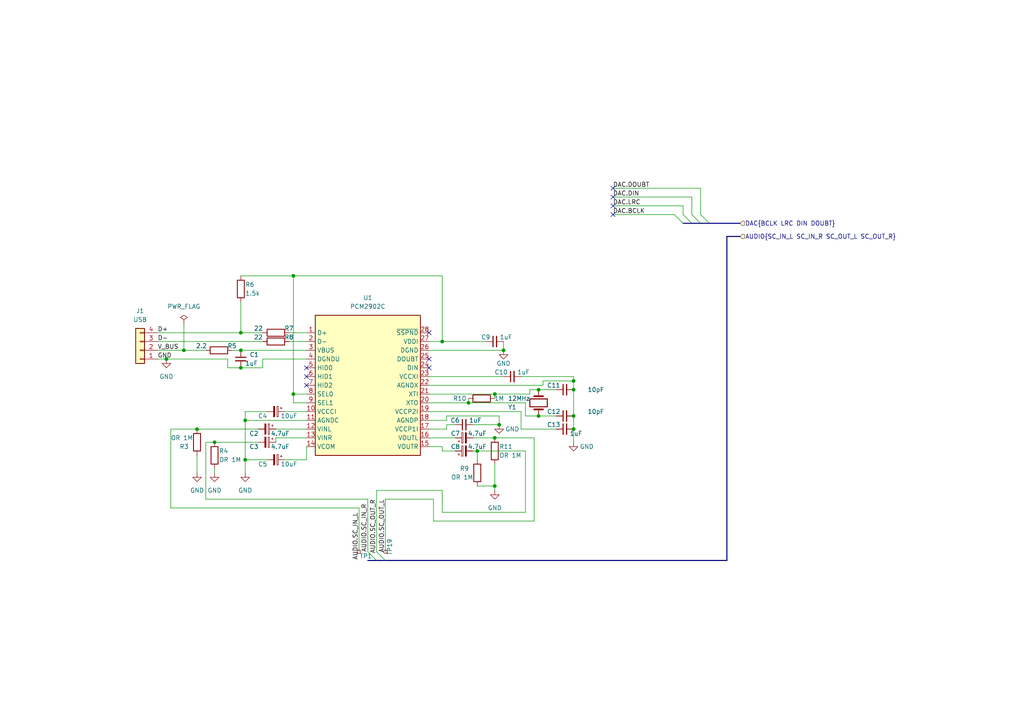
<source format=kicad_sch>
(kicad_sch (version 20211123) (generator eeschema)
  (paper "A4")
  (lib_symbols
    (symbol "Audio:PCM2902"
      (property "Reference" "U?" (at 2.0194 25.4 0))
      (property "Value" "PCM2902" (at 2.0194 22.86 0))
      (symbol "PCM2902_0_1"
        (rectangle (start -15.24 20.32) (end 15.24 -20.32) (stroke (width 0.254)) (fill (type background)))
      )
      (symbol "PCM2902_1_1"
        (pin bidirectional line (at -17.78 15.24 0) (length 2.54) (name "D+") (number "1"))
        (pin passive line (at -17.78 -7.62 0) (length 2.54) (name "VCCCI") (number "10"))
        (pin power_in line (at -17.78 -10.16 0) (length 2.54) (name "AGNDC") (number "11"))
        (pin input line (at -17.78 -12.7 0) (length 2.54) (name "VINL") (number "12"))
        (pin input line (at -17.78 -15.24 0) (length 2.54) (name "VINR") (number "13"))
        (pin passive line (at -17.78 -17.78 0) (length 2.54) (name "VCOM") (number "14"))
        (pin output line (at 17.78 -17.78 180) (length 2.54) (name "VOUTR") (number "15"))
        (pin output line (at 17.78 -15.24 180) (length 2.54) (name "VOUTL") (number "16"))
        (pin passive line (at 17.78 -12.7 180) (length 2.54) (name "VCCP1I") (number "17"))
        (pin power_in line (at 17.78 -10.16 180) (length 2.54) (name "AGNDP") (number "18"))
        (pin passive line (at 17.78 -7.62 180) (length 2.54) (name "VCCP2I") (number "19"))
        (pin bidirectional line (at -17.78 12.7 0) (length 2.54) (name "D-") (number "2"))
        (pin output line (at 17.78 -5.08 180) (length 2.54) (name "XTO") (number "20"))
        (pin input line (at 17.78 -2.54 180) (length 2.54) (name "XTI") (number "21"))
        (pin power_in line (at 17.78 0 180) (length 2.54) (name "AGNDX") (number "22"))
        (pin passive line (at 17.78 2.54 180) (length 2.54) (name "VCCXI") (number "23"))
        (pin input line (at 17.78 5.08 180) (length 2.54) (name "DIN") (number "24"))
        (pin output line (at 17.78 7.62 180) (length 2.54) (name "DOUBT") (number "25"))
        (pin power_in line (at 17.78 10.16 180) (length 2.54) (name "DGND") (number "26"))
        (pin power_out line (at 17.78 12.7 180) (length 2.54) (name "VDDI") (number "27"))
        (pin output line (at 17.78 15.24 180) (length 2.54) (name "~{SSPND}") (number "28"))
        (pin power_in line (at -17.78 10.16 0) (length 2.54) (name "VBUS") (number "3"))
        (pin power_in line (at -17.78 7.62 0) (length 2.54) (name "DGNDU") (number "4"))
        (pin input line (at -17.78 5.08 0) (length 2.54) (name "HID0") (number "5"))
        (pin input line (at -17.78 2.54 0) (length 2.54) (name "HID1") (number "6"))
        (pin input line (at -17.78 0 0) (length 2.54) (name "HID2") (number "7"))
        (pin input line (at -17.78 -2.54 0) (length 2.54) (name "SEL0") (number "8"))
        (pin input line (at -17.78 -5.08 0) (length 2.54) (name "SEL1") (number "9"))
      )
    )
    (symbol "Connector:TestPoint_Small" (pin_numbers hide) (pin_names (offset 0.762) hide)
      (property "Reference" "TP" (at 0 3.81 0))
      (property "Value" "TestPoint_Small" (at 0 2.032 0))
      (symbol "TestPoint_Small_0_1"
        (circle (center 0 0) (radius 0.508))
      )
      (symbol "TestPoint_Small_1_1"
        (pin passive line (at 0 0 90) (length 0) (name "1") (number "1"))
      )
    )
    (symbol "Connector_Generic:Conn_01x04" (pin_names (offset 1.016) hide)
      (property "Reference" "J" (at 0 5.08 0))
      (property "Value" "Conn_01x04" (at 0 -7.62 0))
      (symbol "Conn_01x04_1_1"
        (rectangle (start -1.27 -4.953) (end 0 -5.207) (stroke (width 0.1524)))
        (rectangle (start -1.27 -2.413) (end 0 -2.667) (stroke (width 0.1524)))
        (rectangle (start -1.27 0.127) (end 0 -0.127) (stroke (width 0.1524)))
        (rectangle (start -1.27 2.667) (end 0 2.413) (stroke (width 0.1524)))
        (rectangle (start -1.27 3.81) (end 1.27 -6.35) (stroke (width 0.254)) (fill (type background)))
        (pin passive line (at -5.08 2.54 0) (length 3.81) (name "Pin_1") (number "1"))
        (pin passive line (at -5.08 0 0) (length 3.81) (name "Pin_2") (number "2"))
        (pin passive line (at -5.08 -2.54 0) (length 3.81) (name "Pin_3") (number "3"))
        (pin passive line (at -5.08 -5.08 0) (length 3.81) (name "Pin_4") (number "4"))
      )
    )
    (symbol "Device:C_Polarized_Small" (pin_numbers hide) (pin_names (offset 0.254) hide)
      (property "Reference" "C" (at 0.254 1.778 0))
      (property "Value" "C_Polarized_Small" (at 0.254 -2.032 0))
      (symbol "C_Polarized_Small_0_1"
        (rectangle (start -1.524 -0.3048) (end 1.524 -0.6858) (fill (type outline)))
        (rectangle (start -1.524 0.6858) (end 1.524 0.3048))
        (polyline (pts (xy -1.27 1.524) (xy -0.762 1.524)))
        (polyline (pts (xy -1.016 1.27) (xy -1.016 1.778)))
      )
      (symbol "C_Polarized_Small_1_1"
        (pin passive line (at 0 2.54 270) (length 1.8542) (name "~") (number "1"))
        (pin passive line (at 0 -2.54 90) (length 1.8542) (name "~") (number "2"))
      )
    )
    (symbol "Device:C_Small" (pin_numbers hide) (pin_names (offset 0.254) hide)
      (property "Reference" "C" (at 0.254 1.778 0))
      (property "Value" "C_Small" (at 0.254 -2.032 0))
      (symbol "C_Small_0_1"
        (polyline (pts (xy -1.524 -0.508) (xy 1.524 -0.508)) (stroke (width 0.3302)))
        (polyline (pts (xy -1.524 0.508) (xy 1.524 0.508)) (stroke (width 0.3048)))
      )
      (symbol "C_Small_1_1"
        (pin passive line (at 0 2.54 270) (length 2.032) (name "~") (number "1"))
        (pin passive line (at 0 -2.54 90) (length 2.032) (name "~") (number "2"))
      )
    )
    (symbol "Device:Crystal" (pin_numbers hide) (pin_names (offset 1.016) hide)
      (property "Reference" "Y" (at 0 3.81 0))
      (property "Value" "Crystal" (at 0 -3.81 0))
      (symbol "Crystal_0_1"
        (rectangle (start -1.143 2.54) (end 1.143 -2.54) (stroke (width 0.3048)))
        (polyline (pts (xy -2.54 0) (xy -1.905 0)))
        (polyline (pts (xy -1.905 -1.27) (xy -1.905 1.27)) (stroke (width 0.508)))
        (polyline (pts (xy 1.905 -1.27) (xy 1.905 1.27)) (stroke (width 0.508)))
        (polyline (pts (xy 2.54 0) (xy 1.905 0)))
      )
      (symbol "Crystal_1_1"
        (pin passive line (at -3.81 0 0) (length 1.27) (name "1") (number "1"))
        (pin passive line (at 3.81 0 180) (length 1.27) (name "2") (number "2"))
      )
    )
    (symbol "Device:R" (pin_numbers hide) (pin_names (offset 0))
      (property "Reference" "R" (at 2.032 0 90))
      (property "Value" "R" (at 0 0 90))
      (symbol "R_0_1"
        (rectangle (start -1.016 -2.54) (end 1.016 2.54) (stroke (width 0.254)))
      )
      (symbol "R_1_1"
        (pin passive line (at 0 3.81 270) (length 1.27) (name "~") (number "1"))
        (pin passive line (at 0 -3.81 90) (length 1.27) (name "~") (number "2"))
      )
    )
    (symbol "power:GND" (power) (pin_names (offset 0))
      (property "Value" "GND" (at 0 -3.81 0))
      (symbol "GND_0_1"
        (polyline (pts (xy 0 0) (xy 0 -1.27) (xy 1.27 -1.27) (xy 0 -2.54) (xy -1.27 -1.27) (xy 0 -1.27)))
      )
      (symbol "GND_1_1"
        (pin power_in line (at 0 0 270) (length 0) hide (name "GND") (number "1"))
      )
    )
    (symbol "power:PWR_FLAG" (power) (pin_numbers hide) (pin_names (offset 0) hide)
      (property "Value" "PWR_FLAG" (at 0 3.81 0))
      (symbol "PWR_FLAG_0_0"
        (pin power_out line (at 0 0 90) (length 0) (name "pwr") (number "1"))
      )
      (symbol "PWR_FLAG_0_1"
        (polyline (pts (xy 0 0) (xy 0 1.27) (xy -1.016 1.905) (xy 0 2.54) (xy 1.016 1.905) (xy 0 1.27)))
      )
    )
  )
  (junction (at 69.85 101.6))
  (junction (at 146.05 101.6))
  (junction (at 71.12 121.92))
  (junction (at 143.51 114.3))
  (junction (at 143.51 140.97))
  (junction (at 144.78 123.19))
  (junction (at 62.23 128.27))
  (junction (at 138.43 130.81))
  (junction (at 135.89 116.84))
  (junction (at 166.37 110.49))
  (junction (at 69.85 96.52))
  (junction (at 85.09 80.01))
  (junction (at 85.09 114.3))
  (junction (at 53.34 101.6))
  (junction (at 166.37 124.46))
  (junction (at 166.37 120.65))
  (junction (at 156.21 120.65))
  (junction (at 48.26 104.14))
  (junction (at 69.85 106.68))
  (junction (at 156.21 113.03))
  (junction (at 143.51 127))
  (junction (at 57.15 124.46))
  (junction (at 166.37 113.03))
  (junction (at 128.27 99.06))
  (junction (at 71.12 133.35))
  (no_connect (at 124.46 96.52))
  (no_connect (at 177.8 62.23))
  (no_connect (at 88.9 109.22))
  (no_connect (at 88.9 106.68))
  (no_connect (at 177.8 54.61))
  (no_connect (at 124.46 106.68))
  (no_connect (at 88.9 111.76))
  (no_connect (at 177.8 57.15))
  (no_connect (at 177.8 59.69))
  (no_connect (at 124.46 104.14))
  (bus_entry (at 203.2 64.77) (size -2.54 -2.54))
  (bus_entry (at 198.12 64.77) (size -2.54 -2.54))
  (bus_entry (at 200.66 64.77) (size -2.54 -2.54))
  (bus_entry (at 205.74 64.77) (size -2.54 -2.54))
  (bus_entry (at 109.22 162.56) (size -2.54 -2.54))
  (bus_entry (at 111.76 162.56) (size -2.54 -2.54))
  (wire (pts (xy 129.54 124.46) (xy 129.54 123.19)))
  (wire (pts (xy 59.69 128.27) (xy 59.69 144.78)))
  (wire (pts (xy 66.04 106.68) (xy 69.85 106.68)))
  (bus (pts (xy 198.12 64.77) (xy 200.66 64.77)))
  (wire (pts (xy 45.72 96.52) (xy 69.85 96.52)))
  (wire (pts (xy 124.46 111.76) (xy 157.48 111.76)))
  (wire (pts (xy 124.46 129.54) (xy 128.27 129.54)))
  (bus (pts (xy 111.76 162.56) (xy 109.22 162.56)))
  (wire (pts (xy 76.2 104.14) (xy 88.9 104.14)))
  (wire (pts (xy 151.13 124.46) (xy 161.29 124.46)))
  (wire (pts (xy 57.15 124.46) (xy 74.93 124.46)))
  (wire (pts (xy 80.01 127) (xy 88.9 127)))
  (wire (pts (xy 57.15 132.08) (xy 57.15 137.16)))
  (wire (pts (xy 152.4 130.81) (xy 152.4 148.59)))
  (wire (pts (xy 53.34 93.98) (xy 53.34 101.6)))
  (wire (pts (xy 128.27 129.54) (xy 128.27 130.81)))
  (wire (pts (xy 124.46 124.46) (xy 129.54 124.46)))
  (wire (pts (xy 85.09 80.01) (xy 128.27 80.01)))
  (wire (pts (xy 129.54 121.92) (xy 129.54 120.65)))
  (wire (pts (xy 57.15 124.46) (xy 49.53 124.46)))
  (wire (pts (xy 80.01 128.27) (xy 80.01 127)))
  (wire (pts (xy 66.04 104.14) (xy 66.04 106.68)))
  (wire (pts (xy 143.51 134.62) (xy 143.51 140.97)))
  (wire (pts (xy 71.12 121.92) (xy 88.9 121.92)))
  (wire (pts (xy 69.85 80.01) (xy 85.09 80.01)))
  (wire (pts (xy 85.09 114.3) (xy 88.9 114.3)))
  (wire (pts (xy 124.46 121.92) (xy 129.54 121.92)))
  (wire (pts (xy 104.14 147.32) (xy 104.14 160.02)))
  (wire (pts (xy 85.09 114.3) (xy 85.09 116.84)))
  (wire (pts (xy 88.9 129.54) (xy 88.9 133.35)))
  (wire (pts (xy 166.37 109.22) (xy 166.37 110.49)))
  (bus (pts (xy 111.76 162.56) (xy 210.82 162.56)))
  (wire (pts (xy 88.9 116.84) (xy 85.09 116.84)))
  (wire (pts (xy 71.12 121.92) (xy 71.12 133.35)))
  (wire (pts (xy 157.48 111.76) (xy 157.48 110.49)))
  (wire (pts (xy 128.27 80.01) (xy 128.27 99.06)))
  (wire (pts (xy 166.37 113.03) (xy 166.37 120.65)))
  (wire (pts (xy 143.51 114.3) (xy 153.67 114.3)))
  (wire (pts (xy 124.46 109.22) (xy 146.05 109.22)))
  (wire (pts (xy 200.66 62.23) (xy 200.66 57.15)))
  (bus (pts (xy 109.22 162.56) (xy 106.68 162.56)))
  (wire (pts (xy 166.37 110.49) (xy 166.37 113.03)))
  (wire (pts (xy 124.46 127) (xy 132.08 127)))
  (wire (pts (xy 135.89 115.57) (xy 135.89 116.84)))
  (wire (pts (xy 49.53 147.32) (xy 104.14 147.32)))
  (wire (pts (xy 143.51 114.3) (xy 143.51 115.57)))
  (wire (pts (xy 198.12 59.69) (xy 177.8 59.69)))
  (wire (pts (xy 124.46 101.6) (xy 146.05 101.6)))
  (wire (pts (xy 125.73 151.13) (xy 154.94 151.13)))
  (wire (pts (xy 77.47 119.38) (xy 71.12 119.38)))
  (wire (pts (xy 198.12 62.23) (xy 198.12 59.69)))
  (wire (pts (xy 153.67 114.3) (xy 153.67 113.03)))
  (wire (pts (xy 157.48 110.49) (xy 166.37 110.49)))
  (wire (pts (xy 106.68 144.78) (xy 106.68 160.02)))
  (wire (pts (xy 69.85 96.52) (xy 76.2 96.52)))
  (bus (pts (xy 210.82 68.58) (xy 210.82 162.56)))
  (wire (pts (xy 156.21 120.65) (xy 161.29 120.65)))
  (wire (pts (xy 128.27 148.59) (xy 128.27 142.24)))
  (wire (pts (xy 125.73 144.78) (xy 125.73 151.13)))
  (wire (pts (xy 83.82 99.06) (xy 88.9 99.06)))
  (wire (pts (xy 138.43 130.81) (xy 152.4 130.81)))
  (bus (pts (xy 200.66 64.77) (xy 203.2 64.77)))
  (wire (pts (xy 69.85 87.63) (xy 69.85 96.52)))
  (wire (pts (xy 128.27 130.81) (xy 132.08 130.81)))
  (wire (pts (xy 166.37 120.65) (xy 166.37 124.46)))
  (wire (pts (xy 128.27 142.24) (xy 109.22 142.24)))
  (wire (pts (xy 143.51 140.97) (xy 143.51 142.24)))
  (wire (pts (xy 67.31 101.6) (xy 69.85 101.6)))
  (wire (pts (xy 152.4 120.65) (xy 156.21 120.65)))
  (wire (pts (xy 203.2 54.61) (xy 177.8 54.61)))
  (wire (pts (xy 144.78 120.65) (xy 144.78 123.19)))
  (wire (pts (xy 76.2 106.68) (xy 76.2 104.14)))
  (wire (pts (xy 83.82 96.52) (xy 88.9 96.52)))
  (wire (pts (xy 111.76 144.78) (xy 111.76 160.02)))
  (wire (pts (xy 109.22 142.24) (xy 109.22 160.02)))
  (wire (pts (xy 152.4 148.59) (xy 128.27 148.59)))
  (wire (pts (xy 69.85 106.68) (xy 76.2 106.68)))
  (wire (pts (xy 146.05 99.06) (xy 146.05 101.6)))
  (wire (pts (xy 85.09 80.01) (xy 85.09 114.3)))
  (wire (pts (xy 129.54 120.65) (xy 144.78 120.65)))
  (wire (pts (xy 71.12 133.35) (xy 77.47 133.35)))
  (wire (pts (xy 128.27 99.06) (xy 140.97 99.06)))
  (wire (pts (xy 62.23 128.27) (xy 74.93 128.27)))
  (wire (pts (xy 135.89 116.84) (xy 152.4 116.84)))
  (wire (pts (xy 153.67 113.03) (xy 156.21 113.03)))
  (wire (pts (xy 166.37 124.46) (xy 166.37 128.27)))
  (wire (pts (xy 154.94 151.13) (xy 154.94 127)))
  (wire (pts (xy 45.72 99.06) (xy 76.2 99.06)))
  (wire (pts (xy 59.69 144.78) (xy 106.68 144.78)))
  (wire (pts (xy 49.53 124.46) (xy 49.53 147.32)))
  (wire (pts (xy 53.34 101.6) (xy 59.69 101.6)))
  (wire (pts (xy 124.46 99.06) (xy 128.27 99.06)))
  (bus (pts (xy 214.63 68.58) (xy 210.82 68.58)))
  (wire (pts (xy 156.21 113.03) (xy 161.29 113.03)))
  (wire (pts (xy 137.16 123.19) (xy 144.78 123.19)))
  (wire (pts (xy 177.8 62.23) (xy 195.58 62.23)))
  (wire (pts (xy 200.66 57.15) (xy 177.8 57.15)))
  (wire (pts (xy 138.43 133.35) (xy 138.43 130.81)))
  (wire (pts (xy 124.46 116.84) (xy 135.89 116.84)))
  (bus (pts (xy 203.2 64.77) (xy 205.74 64.77)))
  (bus (pts (xy 205.74 64.77) (xy 214.63 64.77)))
  (wire (pts (xy 129.54 123.19) (xy 132.08 123.19)))
  (wire (pts (xy 45.72 104.14) (xy 48.26 104.14)))
  (wire (pts (xy 152.4 116.84) (xy 152.4 120.65)))
  (wire (pts (xy 48.26 104.14) (xy 66.04 104.14)))
  (wire (pts (xy 88.9 133.35) (xy 82.55 133.35)))
  (wire (pts (xy 151.13 109.22) (xy 166.37 109.22)))
  (wire (pts (xy 80.01 124.46) (xy 88.9 124.46)))
  (wire (pts (xy 69.85 101.6) (xy 88.9 101.6)))
  (wire (pts (xy 137.16 130.81) (xy 138.43 130.81)))
  (wire (pts (xy 82.55 119.38) (xy 88.9 119.38)))
  (wire (pts (xy 124.46 119.38) (xy 151.13 119.38)))
  (wire (pts (xy 45.72 101.6) (xy 53.34 101.6)))
  (wire (pts (xy 203.2 62.23) (xy 203.2 54.61)))
  (wire (pts (xy 62.23 128.27) (xy 59.69 128.27)))
  (wire (pts (xy 138.43 140.97) (xy 143.51 140.97)))
  (wire (pts (xy 71.12 119.38) (xy 71.12 121.92)))
  (wire (pts (xy 111.76 144.78) (xy 125.73 144.78)))
  (wire (pts (xy 151.13 119.38) (xy 151.13 124.46)))
  (wire (pts (xy 143.51 127) (xy 154.94 127)))
  (wire (pts (xy 124.46 114.3) (xy 143.51 114.3)))
  (wire (pts (xy 137.16 127) (xy 143.51 127)))
  (wire (pts (xy 62.23 135.89) (xy 62.23 137.16)))
  (wire (pts (xy 71.12 133.35) (xy 71.12 137.16)))
  (label "AUDIO.SC_IN_R" (at 106.68 146.05 270))
  (label "AUDIO.SC_IN_L" (at 104.14 148.59 270))
  (label "AUDIO.SC_OUT_L" (at 111.76 144.78 270))
  (label "DAC.BCLK" (at 177.8 62.23 0))
  (label "D+" (at 45.72 96.52 0))
  (label "DAC.DIN" (at 177.8 57.15 0))
  (label "V_BUS" (at 45.72 101.6 0))
  (label "AUDIO.SC_OUT_R" (at 109.22 144.78 270))
  (label "DAC.LRC" (at 177.8 59.69 0))
  (label "D-" (at 45.72 99.06 0))
  (label "GND" (at 45.72 104.14 0))
  (label "DAC.DOUBT" (at 177.8 54.61 0))
  (hierarchical_label "AUDIO{SC_IN_L SC_IN_R SC_OUT_L SC_OUT_R}" (shape input) (at 214.63 68.58 0))
  (hierarchical_label "DAC{BCLK LRC DIN DOUBT}" (shape input) (at 214.63 64.77 0))
  (symbol (lib_id "power:GND") (at 146.05 101.6 0) (unit 1)
    (property "Reference" "#PWR0113" (effects hide))
    (property "Value" "GND" (at 146.05 105.41 0))
  )
  (symbol (lib_id "Device:R") (at 80.01 96.52 90) (unit 1)
    (property "Reference" "R7" (at 83.82 95.25 90))
    (property "Value" "22" (at 74.93 95.25 90))
    (property "Footprint" "Resistor_SMD:R_0603_1608Metric_Pad0.98x0.95mm_HandSolder" (effects hide))
  )
  (symbol (lib_id "Device:C_Small") (at 69.85 104.14 0) (unit 1)
    (property "Reference" "C1" (at 72.39 102.87 0) (effects (justify left)))
    (property "Value" "1uF" (at 71.12 105.41 0) (effects (justify left)))
    (property "Footprint" "Capacitor_SMD:C_0603_1608Metric_Pad1.08x0.95mm_HandSolder" (effects hide))
  )
  (symbol (lib_id "power:GND") (at 144.78 123.19 0) (unit 1)
    (property "Reference" "#PWR0112" (effects hide))
    (property "Value" "GND" (at 148.59 124.46 0))
  )
  (symbol (lib_id "power:GND") (at 62.23 137.16 0) (unit 1)
    (property "Reference" "#PWR0116" (effects hide))
    (property "Value" "GND" (at 62.23 142.24 0))
  )
  (symbol (lib_id "Device:R") (at 62.23 132.08 0) (unit 1)
    (property "Reference" "R4" (at 63.5 130.81 0) (effects (justify left)))
    (property "Value" "OR 1M" (at 63.5 133.35 0) (effects (justify left)))
    (property "Footprint" "Resistor_SMD:R_0603_1608Metric_Pad0.98x0.95mm_HandSolder" (effects hide))
  )
  (symbol (lib_id "Device:C_Polarized_Small") (at 80.01 119.38 270) (unit 1)
    (property "Reference" "C4" (at 76.2 120.65 90))
    (property "Value" "10uF" (at 83.82 120.65 90))
    (property "Footprint" "Capacitor_SMD:C_0603_1608Metric_Pad1.08x0.95mm_HandSolder" (effects hide))
  )
  (symbol (lib_id "Device:R") (at 63.5 101.6 90) (unit 1)
    (property "Reference" "R5" (at 67.31 100.33 90))
    (property "Value" "2.2" (at 58.42 100.33 90))
    (property "Footprint" "Resistor_SMD:R_0603_1608Metric_Pad0.98x0.95mm_HandSolder" (effects hide))
  )
  (symbol (lib_id "Device:C_Small") (at 163.83 113.03 90) (unit 1)
    (property "Reference" "C11" (at 162.56 111.76 90) (effects (justify left)))
    (property "Value" "10pF" (at 175.26 113.03 90) (effects (justify left)))
    (property "Footprint" "Capacitor_SMD:C_0603_1608Metric_Pad1.08x0.95mm_HandSolder" (effects hide))
  )
  (symbol (lib_id "Device:R") (at 69.85 83.82 0) (unit 1)
    (property "Reference" "R6" (at 71.12 82.55 0) (effects (justify left)))
    (property "Value" "1.5k" (at 71.12 85.09 0) (effects (justify left)))
    (property "Footprint" "Resistor_SMD:R_0603_1608Metric_Pad0.98x0.95mm_HandSolder" (effects hide))
  )
  (symbol (lib_id "power:GND") (at 48.26 104.14 0) (unit 1)
    (property "Reference" "#PWR0111" (effects hide))
    (property "Value" "GND" (at 48.26 109.22 0))
  )
  (symbol (lib_id "Device:C_Polarized_Small") (at 134.62 127 90) (unit 1)
    (property "Reference" "C7" (at 132.08 125.73 90))
    (property "Value" "4.7uF" (at 138.43 125.73 90))
    (property "Footprint" "Capacitor_SMD:C_0603_1608Metric_Pad1.08x0.95mm_HandSolder" (effects hide))
  )
  (symbol (lib_id "power:GND") (at 57.15 137.16 0) (unit 1)
    (property "Reference" "#PWR0117" (effects hide))
    (property "Value" "GND" (at 57.15 142.24 0))
  )
  (symbol (lib_id "Device:C_Small") (at 163.83 124.46 90) (unit 1)
    (property "Reference" "C13" (at 162.56 123.19 90) (effects (justify left)))
    (property "Value" "1uF" (at 168.91 125.73 90) (effects (justify left)))
    (property "Footprint" "Capacitor_SMD:C_0603_1608Metric_Pad1.08x0.95mm_HandSolder" (effects hide))
  )
  (symbol (lib_id "Audio:PCM2902") (at 106.68 111.76 0) (unit 1)
    (property "Reference" "U1" (at 106.68 86.36 0))
    (property "Value" "PCM2902C" (at 106.68 88.9 0))
    (property "Footprint" "Package_SO:SSOP-28_5.3x10.2mm_P0.65mm" (effects hide))
    (property "Datasheet" "http://www.ti.com/lit/ds/symlink/pcm2902c.pdf" (effects hide))
  )
  (symbol (lib_id "Device:R") (at 139.7 115.57 90) (unit 1)
    (property "Reference" "R10" (at 133.35 115.57 90))
    (property "Value" "1M" (at 144.78 115.57 90))
    (property "Footprint" "Resistor_SMD:R_0603_1608Metric_Pad0.98x0.95mm_HandSolder" (effects hide))
  )
  (symbol (lib_id "Device:C_Small") (at 148.59 109.22 90) (unit 1)
    (property "Reference" "C10" (at 147.32 107.95 90) (effects (justify left)))
    (property "Value" "1uF" (at 153.67 107.95 90) (effects (justify left)))
    (property "Footprint" "Capacitor_SMD:C_0603_1608Metric_Pad1.08x0.95mm_HandSolder" (effects hide))
  )
  (symbol (lib_id "Connector:TestPoint_Small") (at 111.76 160.02 270) (unit 1)
    (property "Reference" "TP19" (at 113.03 156.21 0) (effects (justify left)))
    (property "Value" "Test Point" (effects hide))
    (property "Footprint" "TestPoint:TestPoint_Pad_D1.0mm" (effects hide))
  )
  (symbol (lib_id "power:PWR_FLAG") (at 53.34 93.98 0) (unit 1)
    (property "Reference" "#FLG0101" (effects hide))
    (property "Value" "PWR_FLAG" (at 53.34 88.9 0))
  )
  (symbol (lib_id "Device:Crystal") (at 156.21 116.84 90) (unit 1)
    (property "Reference" "Y1" (at 147.32 118.11 90) (effects (justify right)))
    (property "Value" "12MHz" (at 147.32 115.57 90) (effects (justify right)))
  )
  (symbol (lib_id "power:GND") (at 71.12 137.16 0) (unit 1)
    (property "Reference" "#PWR0115" (effects hide))
    (property "Value" "GND" (at 71.12 142.24 0))
  )
  (symbol (lib_id "Device:C_Small") (at 134.62 123.19 90) (unit 1)
    (property "Reference" "C6" (at 133.35 121.92 90) (effects (justify left)))
    (property "Value" "1uF" (at 139.7 121.92 90) (effects (justify left)))
    (property "Footprint" "Capacitor_SMD:C_0603_1608Metric_Pad1.08x0.95mm_HandSolder" (effects hide))
  )
  (symbol (lib_id "Device:R") (at 143.51 130.81 0) (unit 1)
    (property "Reference" "R11" (at 144.78 129.54 0) (effects (justify left)))
    (property "Value" "OR 1M" (at 144.78 132.08 0) (effects (justify left)))
    (property "Footprint" "Resistor_SMD:R_0603_1608Metric_Pad0.98x0.95mm_HandSolder" (effects hide))
  )
  (symbol (lib_id "Connector_Generic:Conn_01x04") (at 40.64 101.6 180) (unit 1)
    (property "Reference" "J1" (at 40.64 90.17 0))
    (property "Value" "USB" (at 40.64 92.71 0))
    (property "Footprint" "Connector_PinHeader_2.54mm:PinHeader_1x04_P2.54mm_Vertical" (effects hide))
  )
  (symbol (lib_id "Device:C_Polarized_Small") (at 80.01 133.35 270) (unit 1)
    (property "Reference" "C5" (at 76.2 134.62 90))
    (property "Value" "10uF" (at 83.82 134.62 90))
    (property "Footprint" "Capacitor_SMD:C_0603_1608Metric_Pad1.08x0.95mm_HandSolder" (effects hide))
  )
  (symbol (lib_id "Device:C_Polarized_Small") (at 77.47 124.46 270) (unit 1)
    (property "Reference" "C2" (at 73.66 125.73 90))
    (property "Value" "4.7uF" (at 81.28 125.73 90))
    (property "Footprint" "Capacitor_SMD:C_0603_1608Metric_Pad1.08x0.95mm_HandSolder" (effects hide))
  )
  (symbol (lib_id "Device:R") (at 80.01 99.06 90) (unit 1)
    (property "Reference" "R8" (at 83.82 97.79 90))
    (property "Value" "22" (at 74.93 97.79 90))
    (property "Footprint" "Resistor_SMD:R_0603_1608Metric_Pad0.98x0.95mm_HandSolder" (effects hide))
  )
  (symbol (lib_id "Device:C_Polarized_Small") (at 134.62 130.81 90) (unit 1)
    (property "Reference" "C8" (at 132.08 129.54 90))
    (property "Value" "4.7uF" (at 138.43 129.54 90))
    (property "Footprint" "Capacitor_SMD:C_0603_1608Metric_Pad1.08x0.95mm_HandSolder" (effects hide))
  )
  (symbol (lib_id "Device:C_Small") (at 143.51 99.06 90) (unit 1)
    (property "Reference" "C9" (at 142.24 97.79 90) (effects (justify left)))
    (property "Value" "1uF" (at 148.59 97.79 90) (effects (justify left)))
    (property "Footprint" "Capacitor_SMD:C_0603_1608Metric_Pad1.08x0.95mm_HandSolder" (effects hide))
  )
  (symbol (lib_id "power:GND") (at 166.37 128.27 0) (unit 1)
    (property "Reference" "#PWR0122" (effects hide))
    (property "Value" "GND" (at 170.18 129.54 0))
  )
  (symbol (lib_id "power:GND") (at 143.51 142.24 0) (unit 1)
    (property "Reference" "#PWR0121" (effects hide))
    (property "Value" "GND" (at 143.51 147.32 0))
  )
  (symbol (lib_id "Connector:TestPoint_Small") (at 104.14 160.02 180) (unit 1)
    (property "Reference" "TP1" (at 107.95 161.29 0) (effects (justify left)))
    (property "Value" "Test Point" (effects hide))
    (property "Footprint" "TestPoint:TestPoint_Pad_D1.0mm" (effects hide))
  )
  (symbol (lib_id "Device:C_Polarized_Small") (at 77.47 128.27 270) (unit 1)
    (property "Reference" "C3" (at 73.66 129.54 90))
    (property "Value" "4.7uF" (at 81.28 129.54 90))
    (property "Footprint" "Capacitor_SMD:C_0603_1608Metric_Pad1.08x0.95mm_HandSolder" (effects hide))
  )
  (symbol (lib_id "Device:R") (at 57.15 128.27 180) (unit 1)
    (property "Reference" "R3" (at 52.07 129.54 0) (effects (justify right)))
    (property "Value" "OR 1M" (at 49.53 127 0) (effects (justify right)))
    (property "Footprint" "Resistor_SMD:R_0603_1608Metric_Pad0.98x0.95mm_HandSolder" (effects hide))
  )
  (symbol (lib_id "Device:C_Small") (at 163.83 120.65 90) (unit 1)
    (property "Reference" "C12" (at 162.56 119.38 90) (effects (justify left)))
    (property "Value" "10pF" (at 175.26 119.38 90) (effects (justify left)))
    (property "Footprint" "Capacitor_SMD:C_0603_1608Metric_Pad1.08x0.95mm_HandSolder" (effects hide))
  )
  (symbol (lib_id "Device:R") (at 138.43 137.16 0) (unit 1)
    (property "Reference" "R9" (at 133.35 135.89 0) (effects (justify left)))
    (property "Value" "OR 1M" (at 130.81 138.43 0) (effects (justify left)))
    (property "Footprint" "Resistor_SMD:R_0603_1608Metric_Pad0.98x0.95mm_HandSolder" (effects hide))
  )
)
</source>
